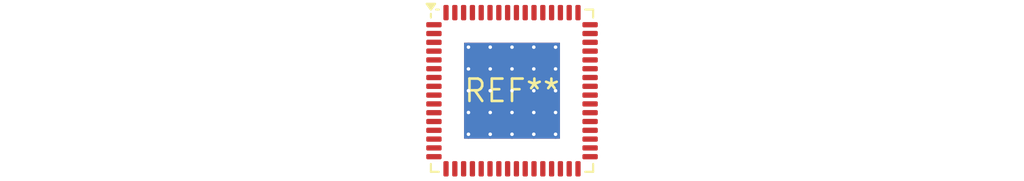
<source format=kicad_pcb>
(kicad_pcb (version 20240108) (generator pcbnew)
  (layers (0 "F.Cu" signal) (31 "B.Cu" signal) (34 "B.Paste" user) (35 "F.Paste" user) (36 "B.SilkS" user "B.Silkscreen") (37 "F.SilkS" user "F.Silkscreen") (38 "B.Mask" user) (39 "F.Mask" user) (44 "Edge.Cuts" user))
  (net 0 "")
  (footprint "QFN-64-1EP_9x9mm_P0.5mm_EP5.45x5.45mm_ThermalVias" (layer "F.Cu") (at 0 0)
    (property "Reference" "REF**")
    (property "Value" "QFN-64-1EP_9x9mm_P0.5mm_EP5.45x5.45mm_ThermalVias")
    (fp_line (start -4.61 -4.16) (end -4.61 -4.37) (layer "F.SilkS") (stroke (width 0.12)))
    (fp_line (start -4.61 4.61) (end -4.61 4.16) (layer "F.SilkS") (stroke (width 0.12)))
    (fp_line (start -4.16 -4.61) (end -4.31 -4.61) (layer "F.SilkS") (stroke (width 0.12)))
    (fp_line (start -4.16 4.61) (end -4.61 4.61) (layer "F.SilkS") (stroke (width 0.12)))
    (fp_line (start 4.16 -4.61) (end 4.61 -4.61) (layer "F.SilkS") (stroke (width 0.12)))
    (fp_line (start 4.16 4.61) (end 4.61 4.61) (layer "F.SilkS") (stroke (width 0.12)))
    (fp_line (start 4.61 -4.61) (end 4.61 -4.16) (layer "F.SilkS") (stroke (width 0.12)))
    (fp_line (start 4.61 4.61) (end 4.61 4.16) (layer "F.SilkS") (stroke (width 0.12)))
    (fp_poly (pts (xy -4.61 -4.61) (xy -4.85 -4.94) (xy -4.37 -4.94) (xy -4.61 -4.61)) (layer "F.SilkS") (stroke (width 0.12)) (fill solid))
    (pad "1" smd roundrect (at -4.4375 -3.75) (size 0.875 0.3) (layers "F.Cu" "F.Paste" "F.Mask"))
    (pad "2" smd roundrect (at -4.4375 -3.25) (size 0.875 0.3) (layers "F.Cu" "F.Paste" "F.Mask"))
    (pad "3" smd roundrect (at -4.4375 -2.75) (size 0.875 0.3) (layers "F.Cu" "F.Paste" "F.Mask"))
    (pad "4" smd roundrect (at -4.4375 -2.25) (size 0.875 0.3) (layers "F.Cu" "F.Paste" "F.Mask"))
    (pad "5" smd roundrect (at -4.4375 -1.75) (size 0.875 0.3) (layers "F.Cu" "F.Paste" "F.Mask"))
    (pad "6" smd roundrect (at -4.4375 -1.25) (size 0.875 0.3) (layers "F.Cu" "F.Paste" "F.Mask"))
    (pad "7" smd roundrect (at -4.4375 -0.75) (size 0.875 0.3) (layers "F.Cu" "F.Paste" "F.Mask"))
    (pad "8" smd roundrect (at -4.4375 -0.25) (size 0.875 0.3) (layers "F.Cu" "F.Paste" "F.Mask"))
    (pad "9" smd roundrect (at -4.4375 0.25) (size 0.875 0.3) (layers "F.Cu" "F.Paste" "F.Mask"))
    (pad "10" smd roundrect (at -4.4375 0.75) (size 0.875 0.3) (layers "F.Cu" "F.Paste" "F.Mask"))
    (pad "11" smd roundrect (at -4.4375 1.25) (size 0.875 0.3) (layers "F.Cu" "F.Paste" "F.Mask"))
    (pad "12" smd roundrect (at -4.4375 1.75) (size 0.875 0.3) (layers "F.Cu" "F.Paste" "F.Mask"))
    (pad "13" smd roundrect (at -4.4375 2.25) (size 0.875 0.3) (layers "F.Cu" "F.Paste" "F.Mask"))
    (pad "14" smd roundrect (at -4.4375 2.75) (size 0.875 0.3) (layers "F.Cu" "F.Paste" "F.Mask"))
    (pad "15" smd roundrect (at -4.4375 3.25) (size 0.875 0.3) (layers "F.Cu" "F.Paste" "F.Mask"))
    (pad "16" smd roundrect (at -4.4375 3.75) (size 0.875 0.3) (layers "F.Cu" "F.Paste" "F.Mask"))
    (pad "17" smd roundrect (at -3.75 4.4375) (size 0.3 0.875) (layers "F.Cu" "F.Paste" "F.Mask"))
    (pad "18" smd roundrect (at -3.25 4.4375) (size 0.3 0.875) (layers "F.Cu" "F.Paste" "F.Mask"))
    (pad "19" smd roundrect (at -2.75 4.4375) (size 0.3 0.875) (layers "F.Cu" "F.Paste" "F.Mask"))
    (pad "20" smd roundrect (at -2.25 4.4375) (size 0.3 0.875) (layers "F.Cu" "F.Paste" "F.Mask"))
    (pad "21" smd roundrect (at -1.75 4.4375) (size 0.3 0.875) (layers "F.Cu" "F.Paste" "F.Mask"))
    (pad "22" smd roundrect (at -1.25 4.4375) (size 0.3 0.875) (layers "F.Cu" "F.Paste" "F.Mask"))
    (pad "23" smd roundrect (at -0.75 4.4375) (size 0.3 0.875) (layers "F.Cu" "F.Paste" "F.Mask"))
    (pad "24" smd roundrect (at -0.25 4.4375) (size 0.3 0.875) (layers "F.Cu" "F.Paste" "F.Mask"))
    (pad "25" smd roundrect (at 0.25 4.4375) (size 0.3 0.875) (layers "F.Cu" "F.Paste" "F.Mask"))
    (pad "26" smd roundrect (at 0.75 4.4375) (size 0.3 0.875) (layers "F.Cu" "F.Paste" "F.Mask"))
    (pad "27" smd roundrect (at 1.25 4.4375) (size 0.3 0.875) (layers "F.Cu" "F.Paste" "F.Mask"))
    (pad "28" smd roundrect (at 1.75 4.4375) (size 0.3 0.875) (layers "F.Cu" "F.Paste" "F.Mask"))
    (pad "29" smd roundrect (at 2.25 4.4375) (size 0.3 0.875) (layers "F.Cu" "F.Paste" "F.Mask"))
    (pad "30" smd roundrect (at 2.75 4.4375) (size 0.3 0.875) (layers "F.Cu" "F.Paste" "F.Mask"))
    (pad "31" smd roundrect (at 3.25 4.4375) (size 0.3 0.875) (layers "F.Cu" "F.Paste" "F.Mask"))
    (pad "32" smd roundrect (at 3.75 4.4375) (size 0.3 0.875) (layers "F.Cu" "F.Paste" "F.Mask"))
    (pad "33" smd roundrect (at 4.4375 3.75) (size 0.875 0.3) (layers "F.Cu" "F.Paste" "F.Mask"))
    (pad "34" smd roundrect (at 4.4375 3.25) (size 0.875 0.3) (layers "F.Cu" "F.Paste" "F.Mask"))
    (pad "35" smd roundrect (at 4.4375 2.75) (size 0.875 0.3) (layers "F.Cu" "F.Paste" "F.Mask"))
    (pad "36" smd roundrect (at 4.4375 2.25) (size 0.875 0.3) (layers "F.Cu" "F.Paste" "F.Mask"))
    (pad "37" smd roundrect (at 4.4375 1.75) (size 0.875 0.3) (layers "F.Cu" "F.Paste" "F.Mask"))
    (pad "38" smd roundrect (at 4.4375 1.25) (size 0.875 0.3) (layers "F.Cu" "F.Paste" "F.Mask"))
    (pad "39" smd roundrect (at 4.4375 0.75) (size 0.875 0.3) (layers "F.Cu" "F.Paste" "F.Mask"))
    (pad "40" smd roundrect (at 4.4375 0.25) (size 0.875 0.3) (layers "F.Cu" "F.Paste" "F.Mask"))
    (pad "41" smd roundrect (at 4.4375 -0.25) (size 0.875 0.3) (layers "F.Cu" "F.Paste" "F.Mask"))
    (pad "42" smd roundrect (at 4.4375 -0.75) (size 0.875 0.3) (layers "F.Cu" "F.Paste" "F.Mask"))
    (pad "43" smd roundrect (at 4.4375 -1.25) (size 0.875 0.3) (layers "F.Cu" "F.Paste" "F.Mask"))
    (pad "44" smd roundrect (at 4.4375 -1.75) (size 0.875 0.3) (layers "F.Cu" "F.Paste" "F.Mask"))
    (pad "45" smd roundrect (at 4.4375 -2.25) (size 0.875 0.3) (layers "F.Cu" "F.Paste" "F.Mask"))
    (pad "46" smd roundrect (at 4.4375 -2.75) (size 0.875 0.3) (layers "F.Cu" "F.Paste" "F.Mask"))
    (pad "47" smd roundrect (at 4.4375 -3.25) (size 0.875 0.3) (layers "F.Cu" "F.Paste" "F.Mask"))
    (pad "48" smd roundrect (at 4.4375 -3.75) (size 0.875 0.3) (layers "F.Cu" "F.Paste" "F.Mask"))
    (pad "49" smd roundrect (at 3.75 -4.4375) (size 0.3 0.875) (layers "F.Cu" "F.Paste" "F.Mask"))
    (pad "50" smd roundrect (at 3.25 -4.4375) (size 0.3 0.875) (layers "F.Cu" "F.Paste" "F.Mask"))
    (pad "51" smd roundrect (at 2.75 -4.4375) (size 0.3 0.875) (layers "F.Cu" "F.Paste" "F.Mask"))
    (pad "52" smd roundrect (at 2.25 -4.4375) (size 0.3 0.875) (layers "F.Cu" "F.Paste" "F.Mask"))
    (pad "53" smd roundrect (at 1.75 -4.4375) (size 0.3 0.875) (layers "F.Cu" "F.Paste" "F.Mask"))
    (pad "54" smd roundrect (at 1.25 -4.4375) (size 0.3 0.875) (layers "F.Cu" "F.Paste" "F.Mask"))
    (pad "55" smd roundrect (at 0.75 -4.4375) (size 0.3 0.875) (layers "F.Cu" "F.Paste" "F.Mask"))
    (pad "56" smd roundrect (at 0.25 -4.4375) (size 0.3 0.875) (layers "F.Cu" "F.Paste" "F.Mask"))
    (pad "57" smd roundrect (at -0.25 -4.4375) (size 0.3 0.875) (layers "F.Cu" "F.Paste" "F.Mask"))
    (pad "58" smd roundrect (at -0.75 -4.4375) (size 0.3 0.875) (layers "F.Cu" "F.Paste" "F.Mask"))
    (pad "59" smd roundrect (at -1.25 -4.4375) (size 0.3 0.875) (layers "F.Cu" "F.Paste" "F.Mask"))
    (pad "60" smd roundrect (at -1.75 -4.4375) (size 0.3 0.875) (layers "F.Cu" "F.Paste" "F.Mask"))
    (pad "61" smd roundrect (at -2.25 -4.4375) (size 0.3 0.875) (layers "F.Cu" "F.Paste" "F.Mask"))
    (pad "62" smd roundrect (at -2.75 -4.4375) (size 0.3 0.875) (layers "F.Cu" "F.Paste" "F.Mask"))
    (pad "63" smd roundrect (at -3.25 -4.4375) (size 0.3 0.875) (layers "F.Cu" "F.Paste" "F.Mask"))
    (pad "64" smd roundrect (at -3.75 -4.4375) (size 0.3 0.875) (layers "F.Cu" "F.Paste" "F.Mask"))
    (pad "65" thru_hole circle (at -2.475 -2.475) (size 0.5 0.5) (drill 0.2) (property pad_prop_heatsink) (layers *.Cu) (remove_unused_layers))
    (pad "65" thru_hole circle (at -2.475 -1.2375) (size 0.5 0.5) (drill 0.2) (property pad_prop_heatsink) (layers *.Cu) (remove_unused_layers))
    (pad "65" thru_hole circle (at -2.475 0) (size 0.5 0.5) (drill 0.2) (property pad_prop_heatsink) (layers *.Cu) (remove_unused_layers))
    (pad "65" thru_hole circle (at -2.475 1.2375) (size 0.5 0.5) (drill 0.2) (property pad_prop_heatsink) (layers *.Cu) (remove_unused_layers))
    (pad "65" thru_hole circle (at -2.475 2.475) (size 0.5 0.5) (drill 0.2) (property pad_prop_heatsink) (layers *.Cu) (remove_unused_layers))
    (pad "65" thru_hole circle (at -1.2375 -2.475) (size 0.5 0.5) (drill 0.2) (property pad_prop_heatsink) (layers *.Cu) (remove_unused_layers))
    (pad "65" thru_hole circle (at -1.2375 -1.2375) (size 0.5 0.5) (drill 0.2) (property pad_prop_heatsink) (layers *.Cu) (remove_unused_layers))
    (pad "65" thru_hole circle (at -1.2375 0) (size 0.5 0.5) (drill 0.2) (property pad_prop_heatsink) (layers *.Cu) (remove_unused_layers))
    (pad "65" thru_hole circle (at -1.2375 1.2375) (size 0.5 0.5) (drill 0.2) (property pad_prop_heatsink) (layers *.Cu) (remove_unused_layers))
    (pad "65" thru_hole circle (at -1.2375 2.475) (size 0.5 0.5) (drill 0.2) (property pad_prop_heatsink) (layers *.Cu) (remove_unused_layers))
    (pad "65" thru_hole circle (at 0 -2.475) (size 0.5 0.5) (drill 0.2) (property pad_prop_heatsink) (layers *.Cu) (remove_unused_layers))
    (pad "65" thru_hole circle (at 0 -1.2375) (size 0.5 0.5) (drill 0.2) (property pad_prop_heatsink) (layers *.Cu) (remove_unused_layers))
    (pad "65" thru_hole circle (at 0 0) (size 0.5 0.5) (drill 0.2) (property pad_prop_heatsink) (layers *.Cu) (remove_unused_layers))
    (pad "65" smd rect (at 0 0) (size 5.45 5.45) (property pad_prop_heatsink) (layers "F.Cu" "F.Mask"))
    (pad "65" smd rect (at 0 0) (size 5.45 5.45) (property pad_prop_heatsink) (layers "B.Cu"))
    (pad "65" thru_hole circle (at 0 1.2375) (size 0.5 0.5) (drill 0.2) (property pad_prop_heatsink) (layers *.Cu) (remove_unused_layers))
    (pad "65" thru_hole circle (at 0 2.475) (size 0.5 0.5) (drill 0.2) (property pad_prop_heatsink) (layers *.Cu) (remove_unused_layers))
    (pad "65" thru_hole circle (at 1.2375 -2.475) (size 0.5 0.5) (drill 0.2) (property pad_prop_heatsink) (layers *.Cu) (remove_unused_layers))
    (pad "65" thru_hole circle (at 1.2375 -1.2375) (size 0.5 0.5) (drill 0.2) (property pad_prop_heatsink) (layers *.Cu) (remove_unused_layers))
    (pad "65" thru_hole circle (at 1.2375 0) (size 0.5 0.5) (drill 0.2) (property pad_prop_heatsink) (layers *.Cu) (remove_unused_layers))
    (pad "65" thru_hole circle (at 1.2375 1.2375) (size 0.5 0.5) (drill 0.2) (property pad_prop_heatsink) (layers *.Cu) (remove_unused_layers))
    (pad "65" thru_hole circle (at 1.2375 2.475) (size 0.5 0.5) (drill 0.2) (property pad_prop_heatsink) (layers *.Cu) (remove_unused_layers))
    (pad "65" thru_hole circle (at 2.475 -2.475) (size 0.5 0.5) (drill 0.2) (property pad_prop_heatsink) (layers *.Cu) (remove_unused_layers))
    (pad "65" thru_hole circle (at 2.475 -1.2375) (size 0.5 0.5) (drill 0.2) (property pad_prop_heatsink) (layers *.Cu) (remove_unused_layers))
    (pad "65" thru_hole circle (at 2.475 0) (size 0.5 0.5) (drill 0.2) (property pad_prop_heatsink) (layers *.Cu) (remove_unused_layers))
    (pad "65" thru_hole circle (at 2.475 1.2375) (size 0.5 0.5) (drill 0.2) (property pad_prop_heatsink) (layers *.Cu) (remove_unused_layers))
    (pad "65" thru_hole circle (at 2.475 2.475) (size 0.5 0.5) (drill 0.2) (property pad_prop_heatsink) (layers *.Cu) (remove_unused_layers))
  )
)
</source>
